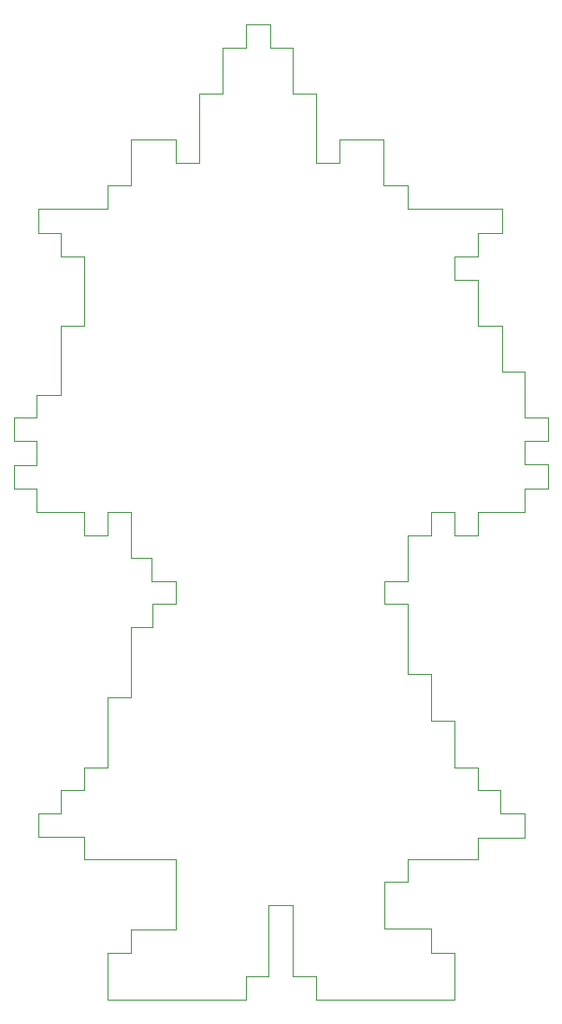
<source format=gm1>
G04 #@! TF.GenerationSoftware,KiCad,Pcbnew,9.0.2*
G04 #@! TF.CreationDate,2025-06-14T15:29:11+03:00*
G04 #@! TF.ProjectId,glowsei,676c6f77-7365-4692-9e6b-696361645f70,rev?*
G04 #@! TF.SameCoordinates,Original*
G04 #@! TF.FileFunction,Profile,NP*
%FSLAX46Y46*%
G04 Gerber Fmt 4.6, Leading zero omitted, Abs format (unit mm)*
G04 Created by KiCad (PCBNEW 9.0.2) date 2025-06-14 15:29:11*
%MOMM*%
%LPD*%
G01*
G04 APERTURE LIST*
G04 #@! TA.AperFunction,Profile*
%ADD10C,0.050000*%
G04 #@! TD*
G04 APERTURE END LIST*
D10*
X168400000Y-136300000D02*
X168400000Y-140500000D01*
X174800000Y-96400000D02*
X170500000Y-96400000D01*
X174800000Y-87900000D02*
X176900000Y-87900000D01*
X139100000Y-100600000D02*
X139100000Y-96400000D01*
X137000000Y-96400000D02*
X137000000Y-98500000D01*
X166300000Y-98500000D02*
X164200000Y-98500000D01*
X147400000Y-54400000D02*
X149500000Y-54400000D01*
X130600000Y-90000000D02*
X128500000Y-90000000D01*
X172700000Y-71200000D02*
X170500000Y-71200000D01*
X170500000Y-119500000D02*
X170500000Y-121600000D01*
X139100000Y-96400000D02*
X137000000Y-96400000D01*
X137000000Y-66900000D02*
X139100000Y-66900000D01*
X176900000Y-87900000D02*
X176900000Y-90000000D01*
X176900000Y-94300000D02*
X174800000Y-94300000D01*
X162000000Y-66900000D02*
X164200000Y-66900000D01*
X168400000Y-73300000D02*
X168400000Y-75400000D01*
X168400000Y-96400000D02*
X166300000Y-96400000D01*
X151600000Y-132000000D02*
X151600000Y-138400000D01*
X166300000Y-115300000D02*
X168400000Y-115300000D01*
X128500000Y-90000000D02*
X128500000Y-87900000D01*
X162100000Y-132100000D02*
X162100000Y-129900000D01*
X155900000Y-64800000D02*
X158000000Y-64800000D01*
X132800000Y-85800000D02*
X132800000Y-79600000D01*
X166300000Y-136300000D02*
X168400000Y-136300000D01*
X166300000Y-134100000D02*
X166300000Y-136300000D01*
X153800000Y-58600000D02*
X155900000Y-58600000D01*
X162100000Y-104700000D02*
X164200000Y-104700000D01*
X141100000Y-104700000D02*
X143200000Y-104700000D01*
X164200000Y-104700000D02*
X164200000Y-111100000D01*
X143200000Y-104700000D02*
X143200000Y-102700000D01*
X141000000Y-100600000D02*
X139100000Y-100600000D01*
X134900000Y-73300000D02*
X132800000Y-73300000D01*
X155900000Y-58600000D02*
X155900000Y-64800000D01*
X168400000Y-119500000D02*
X170500000Y-119500000D01*
X155900000Y-140500000D02*
X155900000Y-138400000D01*
X139100000Y-62700000D02*
X143200000Y-62700000D01*
X130600000Y-85800000D02*
X132800000Y-85800000D01*
X151600000Y-138400000D02*
X149500000Y-138400000D01*
X174800000Y-83700000D02*
X174800000Y-87900000D01*
X170500000Y-71200000D02*
X170500000Y-73300000D01*
X162100000Y-102700000D02*
X162100000Y-104700000D01*
X143200000Y-134200000D02*
X143200000Y-127800000D01*
X130600000Y-94300000D02*
X128500000Y-94300000D01*
X132800000Y-79600000D02*
X134900000Y-79600000D01*
X166300000Y-96400000D02*
X166300000Y-98500000D01*
X170500000Y-121600000D02*
X172600000Y-121600000D01*
X137000000Y-98500000D02*
X134900000Y-98500000D01*
X153800000Y-138400000D02*
X153800000Y-132000000D01*
X172600000Y-123700000D02*
X174800000Y-123700000D01*
X134900000Y-125800000D02*
X130700000Y-125800000D01*
X166300000Y-111100000D02*
X166300000Y-115300000D01*
X130700000Y-123700000D02*
X132800000Y-123700000D01*
X134900000Y-79600000D02*
X134900000Y-73300000D01*
X139100000Y-134200000D02*
X143200000Y-134200000D01*
X149500000Y-140500000D02*
X137000000Y-140500000D01*
X162000000Y-62700000D02*
X162000000Y-66900000D01*
X139100000Y-106800000D02*
X141100000Y-106800000D01*
X147400000Y-58600000D02*
X147400000Y-54400000D01*
X164200000Y-69000000D02*
X172700000Y-69000000D01*
X155900000Y-138400000D02*
X153800000Y-138400000D01*
X130600000Y-92200000D02*
X130600000Y-90000000D01*
X176900000Y-92100000D02*
X176900000Y-94300000D01*
X174800000Y-123700000D02*
X174800000Y-125900000D01*
X168400000Y-115300000D02*
X168400000Y-119500000D01*
X151700000Y-54400000D02*
X153800000Y-54400000D01*
X170500000Y-98500000D02*
X168400000Y-98500000D01*
X174800000Y-94300000D02*
X174800000Y-96400000D01*
X170500000Y-79600000D02*
X172700000Y-79600000D01*
X162100000Y-134100000D02*
X166300000Y-134100000D01*
X170500000Y-73300000D02*
X168400000Y-73300000D01*
X174800000Y-90000000D02*
X174800000Y-92100000D01*
X168400000Y-75400000D02*
X170500000Y-75400000D01*
X153800000Y-54400000D02*
X153800000Y-58600000D01*
X130700000Y-71200000D02*
X130700000Y-69000000D01*
X176900000Y-90000000D02*
X174800000Y-90000000D01*
X170500000Y-75400000D02*
X170500000Y-79600000D01*
X130600000Y-87900000D02*
X130600000Y-85800000D01*
X145300000Y-64800000D02*
X145300000Y-58600000D01*
X149500000Y-52300000D02*
X151700000Y-52300000D01*
X143200000Y-127800000D02*
X134900000Y-127800000D01*
X143200000Y-102700000D02*
X141000000Y-102700000D01*
X137000000Y-69000000D02*
X137000000Y-66900000D01*
X174800000Y-92100000D02*
X176900000Y-92100000D01*
X168400000Y-140500000D02*
X155900000Y-140500000D01*
X172700000Y-79600000D02*
X172700000Y-83700000D01*
X170500000Y-127800000D02*
X164200000Y-127800000D01*
X164200000Y-102700000D02*
X162100000Y-102700000D01*
X153800000Y-132000000D02*
X151600000Y-132000000D01*
X143200000Y-62700000D02*
X143200000Y-64800000D01*
X168400000Y-98500000D02*
X168400000Y-96400000D01*
X137000000Y-140500000D02*
X137000000Y-136300000D01*
X139100000Y-66900000D02*
X139100000Y-62700000D01*
X172600000Y-121600000D02*
X172600000Y-123700000D01*
X172700000Y-83700000D02*
X174800000Y-83700000D01*
X141100000Y-106800000D02*
X141100000Y-104700000D01*
X170500000Y-96400000D02*
X170500000Y-98500000D01*
X137000000Y-113200000D02*
X139100000Y-113200000D01*
X164200000Y-98500000D02*
X164200000Y-102700000D01*
X132800000Y-121600000D02*
X134900000Y-121600000D01*
X134900000Y-96400000D02*
X130600000Y-96400000D01*
X137000000Y-136300000D02*
X139100000Y-136300000D01*
X174800000Y-125900000D02*
X170500000Y-125900000D01*
X151700000Y-52300000D02*
X151700000Y-54400000D01*
X134900000Y-119500000D02*
X137000000Y-119500000D01*
X137000000Y-119500000D02*
X137000000Y-113200000D01*
X134900000Y-121600000D02*
X134900000Y-119500000D01*
X149500000Y-138400000D02*
X149500000Y-140500000D01*
X170500000Y-125900000D02*
X170500000Y-127800000D01*
X162100000Y-132100000D02*
X162100000Y-134100000D01*
X164200000Y-66900000D02*
X164200000Y-69000000D01*
X149500000Y-54400000D02*
X149500000Y-52300000D01*
X164200000Y-111100000D02*
X166300000Y-111100000D01*
X134900000Y-127800000D02*
X134900000Y-125800000D01*
X164200000Y-127800000D02*
X164200000Y-129900000D01*
X132800000Y-73300000D02*
X132800000Y-71200000D01*
X139100000Y-136300000D02*
X139100000Y-134200000D01*
X130600000Y-96400000D02*
X130600000Y-94300000D01*
X130700000Y-125800000D02*
X130700000Y-123700000D01*
X132800000Y-71200000D02*
X130700000Y-71200000D01*
X132800000Y-123700000D02*
X132800000Y-121600000D01*
X128500000Y-92200000D02*
X130600000Y-92200000D01*
X139100000Y-113200000D02*
X139100000Y-106800000D01*
X172700000Y-69000000D02*
X172700000Y-71200000D01*
X158000000Y-64800000D02*
X158000000Y-62700000D01*
X128500000Y-87900000D02*
X130600000Y-87900000D01*
X128500000Y-92200000D02*
X128500000Y-94300000D01*
X158000000Y-62700000D02*
X162000000Y-62700000D01*
X143200000Y-64800000D02*
X145300000Y-64800000D01*
X162100000Y-129900000D02*
X164200000Y-129900000D01*
X141000000Y-102700000D02*
X141000000Y-100600000D01*
X134900000Y-98500000D02*
X134900000Y-96400000D01*
X145300000Y-58600000D02*
X147400000Y-58600000D01*
X130700000Y-69000000D02*
X137000000Y-69000000D01*
M02*

</source>
